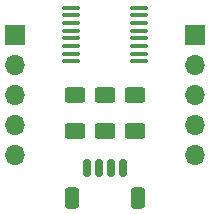
<source format=gbr>
%TF.GenerationSoftware,KiCad,Pcbnew,(6.0.0-0)*%
%TF.CreationDate,2022-02-05T18:01:00-08:00*%
%TF.ProjectId,pca9633pw-breakout,70636139-3633-4337-9077-2d627265616b,v1*%
%TF.SameCoordinates,Original*%
%TF.FileFunction,Soldermask,Top*%
%TF.FilePolarity,Negative*%
%FSLAX46Y46*%
G04 Gerber Fmt 4.6, Leading zero omitted, Abs format (unit mm)*
G04 Created by KiCad (PCBNEW (6.0.0-0)) date 2022-02-05 18:01:00*
%MOMM*%
%LPD*%
G01*
G04 APERTURE LIST*
G04 Aperture macros list*
%AMRoundRect*
0 Rectangle with rounded corners*
0 $1 Rounding radius*
0 $2 $3 $4 $5 $6 $7 $8 $9 X,Y pos of 4 corners*
0 Add a 4 corners polygon primitive as box body*
4,1,4,$2,$3,$4,$5,$6,$7,$8,$9,$2,$3,0*
0 Add four circle primitives for the rounded corners*
1,1,$1+$1,$2,$3*
1,1,$1+$1,$4,$5*
1,1,$1+$1,$6,$7*
1,1,$1+$1,$8,$9*
0 Add four rect primitives between the rounded corners*
20,1,$1+$1,$2,$3,$4,$5,0*
20,1,$1+$1,$4,$5,$6,$7,0*
20,1,$1+$1,$6,$7,$8,$9,0*
20,1,$1+$1,$8,$9,$2,$3,0*%
G04 Aperture macros list end*
%ADD10RoundRect,0.100000X-0.637500X-0.100000X0.637500X-0.100000X0.637500X0.100000X-0.637500X0.100000X0*%
%ADD11RoundRect,0.250000X0.625000X-0.400000X0.625000X0.400000X-0.625000X0.400000X-0.625000X-0.400000X0*%
%ADD12R,1.700000X1.700000*%
%ADD13O,1.700000X1.700000*%
%ADD14RoundRect,0.150000X0.150000X0.625000X-0.150000X0.625000X-0.150000X-0.625000X0.150000X-0.625000X0*%
%ADD15RoundRect,0.250000X0.350000X0.650000X-0.350000X0.650000X-0.350000X-0.650000X0.350000X-0.650000X0*%
G04 APERTURE END LIST*
D10*
%TO.C,U1*%
X152722500Y-68845000D03*
X152722500Y-69495000D03*
X152722500Y-70145000D03*
X152722500Y-70795000D03*
X152722500Y-71445000D03*
X152722500Y-72095000D03*
X152722500Y-72745000D03*
X152722500Y-73395000D03*
X146997500Y-73395000D03*
X146997500Y-72745000D03*
X146997500Y-72095000D03*
X146997500Y-71445000D03*
X146997500Y-70795000D03*
X146997500Y-70145000D03*
X146997500Y-69495000D03*
X146997500Y-68845000D03*
%TD*%
D11*
%TO.C,R3*%
X152400000Y-79315000D03*
X152400000Y-76215000D03*
%TD*%
%TO.C,R2*%
X149860000Y-76215000D03*
X149860000Y-79315000D03*
%TD*%
%TO.C,R1*%
X147320000Y-76215000D03*
X147320000Y-79315000D03*
%TD*%
D12*
%TO.C,J3*%
X157480000Y-71125000D03*
D13*
X157480000Y-73665000D03*
X157480000Y-76205000D03*
X157480000Y-78745000D03*
X157480000Y-81285000D03*
%TD*%
D14*
%TO.C,J2*%
X151360000Y-82460000D03*
X150360000Y-82460000D03*
X149360000Y-82460000D03*
X148360000Y-82460000D03*
D15*
X152660000Y-84985000D03*
X147060000Y-84985000D03*
%TD*%
D12*
%TO.C,J1*%
X142240000Y-71125000D03*
D13*
X142240000Y-73665000D03*
X142240000Y-76205000D03*
X142240000Y-78745000D03*
X142240000Y-81285000D03*
%TD*%
M02*

</source>
